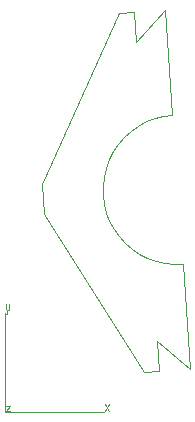
<source format=gbr>
*
G04 Gerber written by LinkCAD 5.6.12 Build 4507*
G04 Layer: MICRON-PBM2_LED_Plate2e.gbr*
%FSLAX34Y34*%
%MOIN*%
%ADD10C,0.0009*%
G54D10*
X185Y14D02*
G01X33D01*
X185Y203D01*
X33D01*
X3327Y14D02*
X3478Y241D01*
Y14D02*
X3327Y241D01*
X-5Y-5D02*
X3300D01*
X33Y3421D02*
Y3573D01*
X147Y3421D02*
Y3573D01*
X71Y3383D02*
X147D01*
X71Y3345D02*
Y3270D01*
X-5D02*
X71D01*
X-5Y-5D02*
Y3300D01*
X4639Y1310D02*
X5141Y1345D01*
X1298Y6590D02*
X4639Y1310D01*
X5334Y13388D02*
X4370Y12318D01*
X4301Y13315D02*
X3802Y13281D01*
X1229Y7587D01*
X1298Y6590D01*
X5068Y2342D02*
X6171Y1417D01*
X5068Y2342D02*
X5141Y1345D01*
X5068Y2342D01*
X4301Y13315D02*
X4370Y12318D01*
X4301Y13315D02*
X4371Y12318D02*
X4301Y13315D01*
X5334Y13388D02*
X5578Y9896D01*
X5334Y13388D02*
X5578Y9896D02*
X5334Y13388D01*
X6171Y1417D02*
X5927Y4908D01*
X6171Y1417D02*
X5927Y4908D02*
X6171Y1417D01*
X4987Y9782D02*
X5279Y9857D01*
X4705Y9672D02*
X4987Y9782D01*
X4439Y9530D02*
X4705Y9672D01*
X4193Y9356D02*
X4439Y9530D01*
X3968Y9153D02*
X4193Y9356D01*
X3770Y8926D02*
X3968Y9153D01*
X3601Y8676D02*
X3770Y8926D01*
X3463Y8407D02*
X3601Y8676D01*
X3359Y8124D02*
X3463Y8407D01*
X3290Y7830D02*
X3359Y8124D01*
X3256Y7530D02*
X3290Y7830D01*
X3259Y7228D02*
X3256Y7530D01*
X3625Y6089D02*
X3483Y6355D01*
X3799Y5842D02*
X3625Y6089D01*
X4002Y5618D02*
X3799Y5842D01*
X4229Y5420D02*
X4002Y5618D01*
X4479Y5251D02*
X4229Y5420D01*
X4748Y5113D02*
X4479Y5251D01*
X5031Y5009D02*
X4748Y5113D01*
X5325Y4939D02*
X5031Y5009D01*
X5625Y4906D02*
X5325Y4939D01*
X5927Y4908D02*
X5625Y4906D01*
X5927Y4908D02*
X5625Y4906D02*
X5927Y4908D01*
X5325Y4939D02*
X5625Y4906D01*
X5031Y5009D02*
X5325Y4939D01*
X4748Y5113D02*
X5031Y5009D01*
X4479Y5251D02*
X4748Y5113D01*
X4229Y5420D02*
X4479Y5251D01*
X4001Y5618D02*
X4229Y5420D01*
X3799Y5842D02*
X4001Y5618D01*
X3625Y6089D02*
X3799Y5842D01*
X3482Y6355D02*
X3625Y6089D01*
X3373Y6636D02*
X3482Y6355D01*
X3483D02*
X3373Y6636D01*
X3298Y6929D02*
X3373Y6636D01*
X3298Y6929D01*
X3259Y7228D01*
X3298Y6929D01*
X3256Y7530D02*
X3259Y7228D01*
X3289Y7830D02*
X3256Y7530D01*
X3359Y8124D02*
X3289Y7830D01*
X3463Y8407D02*
X3359Y8124D01*
X3601Y8676D02*
X3463Y8407D01*
X3770Y8926D02*
X3601Y8676D01*
X3968Y9153D02*
X3770Y8926D01*
X4192Y9356D02*
X3968Y9153D01*
X4439Y9530D02*
X4192Y9356D01*
X4705Y9672D02*
X4439Y9530D01*
X4986Y9782D02*
X4705Y9672D01*
X5279Y9857D02*
X4986Y9782D01*
X5578Y9896D02*
X5279Y9857D01*
X5578Y9896D01*
M02*

</source>
